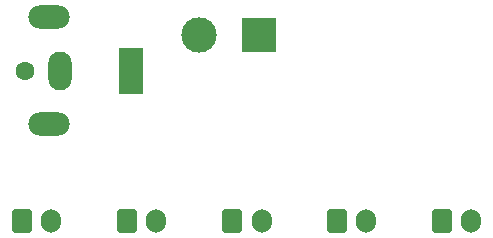
<source format=gbs>
%TF.GenerationSoftware,KiCad,Pcbnew,(6.0.8)*%
%TF.CreationDate,2023-01-30T22:30:07-07:00*%
%TF.ProjectId,Power,506f7765-722e-46b6-9963-61645f706362,rev?*%
%TF.SameCoordinates,Original*%
%TF.FileFunction,Soldermask,Bot*%
%TF.FilePolarity,Negative*%
%FSLAX46Y46*%
G04 Gerber Fmt 4.6, Leading zero omitted, Abs format (unit mm)*
G04 Created by KiCad (PCBNEW (6.0.8)) date 2023-01-30 22:30:07*
%MOMM*%
%LPD*%
G01*
G04 APERTURE LIST*
G04 Aperture macros list*
%AMRoundRect*
0 Rectangle with rounded corners*
0 $1 Rounding radius*
0 $2 $3 $4 $5 $6 $7 $8 $9 X,Y pos of 4 corners*
0 Add a 4 corners polygon primitive as box body*
4,1,4,$2,$3,$4,$5,$6,$7,$8,$9,$2,$3,0*
0 Add four circle primitives for the rounded corners*
1,1,$1+$1,$2,$3*
1,1,$1+$1,$4,$5*
1,1,$1+$1,$6,$7*
1,1,$1+$1,$8,$9*
0 Add four rect primitives between the rounded corners*
20,1,$1+$1,$2,$3,$4,$5,0*
20,1,$1+$1,$4,$5,$6,$7,0*
20,1,$1+$1,$6,$7,$8,$9,0*
20,1,$1+$1,$8,$9,$2,$3,0*%
G04 Aperture macros list end*
%ADD10RoundRect,0.250000X-0.600000X-0.750000X0.600000X-0.750000X0.600000X0.750000X-0.600000X0.750000X0*%
%ADD11O,1.700000X2.000000*%
%ADD12C,1.600000*%
%ADD13R,2.000000X4.000000*%
%ADD14O,2.000000X3.300000*%
%ADD15O,3.500000X2.000000*%
%ADD16R,3.000000X3.000000*%
%ADD17C,3.000000*%
G04 APERTURE END LIST*
D10*
%TO.C,J6*%
X141092500Y-103700000D03*
D11*
X143592500Y-103700000D03*
%TD*%
D10*
%TO.C,J5*%
X132242500Y-103700000D03*
D11*
X134742500Y-103700000D03*
%TD*%
D12*
%TO.C,J2*%
X114700000Y-91000000D03*
D13*
X123700000Y-91000000D03*
D14*
X117700000Y-91000000D03*
D15*
X116700000Y-95500000D03*
X116700000Y-86500000D03*
%TD*%
D10*
%TO.C,J4*%
X123312500Y-103700000D03*
D11*
X125812500Y-103700000D03*
%TD*%
D16*
%TO.C,J1*%
X134510000Y-88000000D03*
D17*
X129430000Y-88000000D03*
%TD*%
D10*
%TO.C,J7*%
X149982500Y-103700000D03*
D11*
X152482500Y-103700000D03*
%TD*%
D10*
%TO.C,J3*%
X114422500Y-103700000D03*
D11*
X116922500Y-103700000D03*
%TD*%
M02*

</source>
